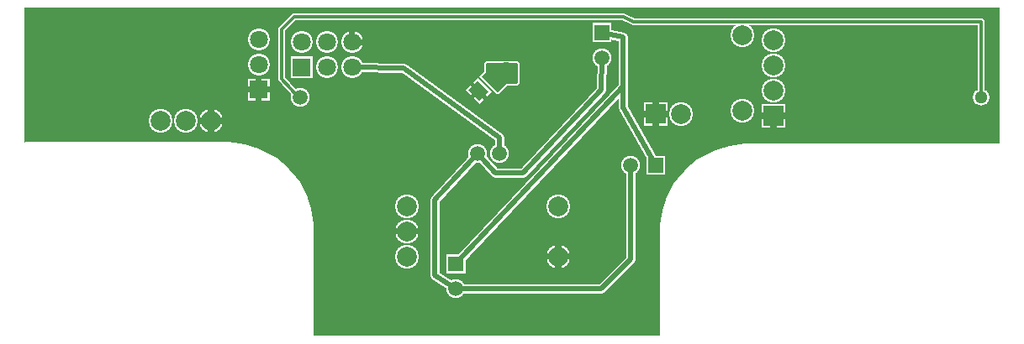
<source format=gbr>
%FSLAX34Y34*%
%MOMM*%
%LNCOPPER_BOTTOM*%
G71*
G01*
%ADD10C, 5.000*%
%ADD11C, 5.200*%
%ADD12C, 2.400*%
%ADD13C, 2.400*%
%ADD14C, 1.900*%
%ADD15C, 0.900*%
%ADD16C, 2.200*%
%ADD17C, 1.680*%
%ADD18C, 0.700*%
%ADD19C, 1.280*%
%ADD20C, 1.280*%
%ADD21C, 0.200*%
%ADD22C, 0.667*%
%ADD23C, 0.600*%
%ADD24C, 0.433*%
%ADD25C, 2.000*%
%ADD26C, 2.000*%
%ADD27C, 1.500*%
%ADD28C, 0.500*%
%ADD29C, 1.800*%
%ADD30C, 0.300*%
%LPD*%
G36*
X792Y-396D02*
X982792Y-396D01*
X982792Y-331396D01*
X792Y-331396D01*
X792Y-396D01*
G37*
%LPC*%
X46036Y-49608D02*
G54D10*
D03*
X827085Y-49608D02*
G54D11*
D03*
G36*
X743251Y-121535D02*
X743251Y-97535D01*
X767251Y-97535D01*
X767251Y-121535D01*
X743251Y-121535D01*
G37*
X755252Y-84136D02*
G54D12*
D03*
X755252Y-58736D02*
G54D12*
D03*
X755252Y-33336D02*
G54D12*
D03*
X385760Y-200421D02*
G54D13*
D03*
X538160Y-200421D02*
G54D13*
D03*
X385760Y-225821D02*
G54D13*
D03*
X538161Y-251221D02*
G54D13*
D03*
X385760Y-251221D02*
G54D13*
D03*
G36*
X425872Y-249262D02*
X444872Y-249262D01*
X444872Y-268262D01*
X425872Y-268262D01*
X425872Y-249262D01*
G37*
X435372Y-284163D02*
G54D14*
D03*
G36*
X592099Y-34827D02*
X573099Y-34827D01*
X573099Y-15827D01*
X592099Y-15827D01*
X592099Y-34827D01*
G37*
X582599Y-50727D02*
G54D14*
D03*
G54D15*
X435372Y-284163D02*
X413542Y-270270D01*
X413542Y-193674D01*
X456802Y-147239D01*
G54D15*
X456802Y-147239D02*
X475058Y-166686D01*
X502839Y-166686D01*
X581817Y-83342D01*
X582214Y-51112D01*
X582599Y-50727D01*
G54D15*
X435372Y-258762D02*
X603645Y-80167D01*
X603645Y-30102D01*
X582599Y-25327D01*
G36*
X269046Y-49660D02*
X291046Y-49660D01*
X291046Y-71660D01*
X269046Y-71660D01*
X269046Y-49660D01*
G37*
X280046Y-35260D02*
G54D16*
D03*
X305446Y-60660D02*
G54D16*
D03*
X305446Y-35260D02*
G54D16*
D03*
X330846Y-60660D02*
G54D16*
D03*
X330847Y-35260D02*
G54D16*
D03*
X479026Y-147239D02*
G54D14*
D03*
X137714Y-114695D02*
G54D12*
D03*
X163114Y-114695D02*
G54D12*
D03*
X188515Y-114695D02*
G54D12*
D03*
G36*
X648661Y-95416D02*
X648661Y-119416D01*
X624661Y-119416D01*
X624661Y-95416D01*
X648661Y-95416D01*
G37*
X662061Y-107417D02*
G54D12*
D03*
X456802Y-147239D02*
G54D14*
D03*
X964008Y-90487D02*
G54D17*
D03*
G54D18*
X278208Y-92074D02*
X259555Y-71834D01*
X259555Y-21828D01*
X272255Y-9128D01*
X603248Y-9524D01*
X614361Y-14287D01*
X964008Y-14684D01*
X964008Y-90487D01*
X278604Y-90882D02*
G54D14*
D03*
G54D15*
X330846Y-60660D02*
X382984Y-60722D01*
X478964Y-131807D01*
X479026Y-147239D01*
G36*
X225609Y-93910D02*
X225609Y-71910D01*
X247609Y-71910D01*
X247609Y-93910D01*
X225609Y-93910D01*
G37*
X236609Y-57509D02*
G54D16*
D03*
X236609Y-32109D02*
G54D16*
D03*
X723974Y-28042D02*
G54D12*
D03*
X723973Y-104242D02*
G54D12*
D03*
G36*
X627314Y-168802D02*
X627314Y-149802D01*
X646314Y-149802D01*
X646314Y-168802D01*
X627314Y-168802D01*
G37*
X611414Y-159302D02*
G54D14*
D03*
G54D15*
X611414Y-159302D02*
X611414Y-253770D01*
X581420Y-283764D01*
X435769Y-283766D01*
X435372Y-284163D01*
G54D15*
X603645Y-80167D02*
X603645Y-100804D01*
X636983Y-159542D01*
X412748Y-34526D02*
G54D19*
D03*
X631823Y-321467D02*
G54D19*
D03*
X303211Y-320276D02*
G54D19*
D03*
X638967Y-83342D02*
G54D19*
D03*
X569117Y-170258D02*
G54D19*
D03*
X474661Y-101201D02*
G54D19*
D03*
G36*
X467122Y-73422D02*
X467122Y-57944D01*
X496491Y-57944D01*
X496491Y-75406D01*
X485775Y-75406D01*
X477441Y-83741D01*
X467122Y-73422D01*
G37*
G54D18*
X467122Y-73422D02*
X467122Y-57944D01*
X496491Y-57944D01*
X496491Y-75406D01*
X485775Y-75406D01*
X477441Y-83741D01*
X467122Y-73422D01*
G36*
X484632Y-71662D02*
X472611Y-83682D01*
X458469Y-69540D01*
X470490Y-57519D01*
X484632Y-71662D01*
G37*
G36*
X471197Y-85096D02*
X459177Y-97117D01*
X445034Y-82975D01*
X457055Y-70954D01*
X471197Y-85096D01*
G37*
X485773Y-60720D02*
G54D19*
D03*
X538160Y-198832D02*
G54D20*
D03*
X538160Y-202404D02*
G54D20*
D03*
X538160Y-249632D02*
G54D20*
D03*
X538160Y-253204D02*
G54D20*
D03*
X385760Y-198832D02*
G54D20*
D03*
X385760Y-202404D02*
G54D20*
D03*
X385760Y-224232D02*
G54D20*
D03*
X385760Y-227804D02*
G54D20*
D03*
X385760Y-249235D02*
G54D20*
D03*
X385760Y-252807D02*
G54D20*
D03*
G36*
X985439Y-138112D02*
X985441Y-331391D01*
X641747Y-331788D01*
X641747Y-219869D01*
X644128Y-205184D01*
X648494Y-191294D01*
X655638Y-178197D01*
X668734Y-162719D01*
X678259Y-154384D01*
X696912Y-144859D01*
X710803Y-140891D01*
X726678Y-138112D01*
X985439Y-138112D01*
G37*
G54D21*
X985439Y-138112D02*
X985441Y-331391D01*
X641747Y-331788D01*
X641747Y-219869D01*
X644128Y-205184D01*
X648494Y-191294D01*
X655638Y-178197D01*
X668734Y-162719D01*
X678259Y-154384D01*
X696912Y-144859D01*
X710803Y-140891D01*
X726678Y-138112D01*
X985439Y-138112D01*
G36*
X1588Y-136525D02*
X1588Y-330597D01*
X291306Y-330200D01*
X291306Y-218281D01*
X288925Y-203597D01*
X284559Y-189706D01*
X277416Y-176609D01*
X264319Y-161131D01*
X254794Y-152797D01*
X236141Y-143272D01*
X222250Y-139303D01*
X206375Y-136525D01*
X1588Y-136525D01*
G37*
G54D21*
X1588Y-136525D02*
X1588Y-330597D01*
X291306Y-330200D01*
X291306Y-218281D01*
X288925Y-203597D01*
X284559Y-189706D01*
X277416Y-176609D01*
X264319Y-161131D01*
X254794Y-152797D01*
X236141Y-143272D01*
X222250Y-139303D01*
X206375Y-136525D01*
X1588Y-136525D01*
%LPD*%
G54D22*
G36*
X755251Y-112869D02*
X742751Y-112869D01*
X742751Y-106202D01*
X755251Y-106202D01*
X755251Y-112869D01*
G37*
G36*
X755251Y-106202D02*
X767751Y-106202D01*
X767751Y-112869D01*
X755251Y-112869D01*
X755251Y-106202D01*
G37*
G36*
X758585Y-109535D02*
X758585Y-122035D01*
X751918Y-122035D01*
X751918Y-109535D01*
X758585Y-109535D01*
G37*
G54D22*
G36*
X385760Y-222488D02*
X398260Y-222488D01*
X398260Y-229154D01*
X385760Y-229154D01*
X385760Y-222488D01*
G37*
G36*
X385760Y-229154D02*
X373260Y-229154D01*
X373260Y-222488D01*
X385760Y-222488D01*
X385760Y-229154D01*
G37*
G54D22*
G36*
X538161Y-247888D02*
X550661Y-247888D01*
X550661Y-254554D01*
X538161Y-254554D01*
X538161Y-247888D01*
G37*
G36*
X541494Y-251221D02*
X541494Y-263721D01*
X534827Y-263721D01*
X534827Y-251221D01*
X541494Y-251221D01*
G37*
G36*
X538161Y-254554D02*
X525661Y-254554D01*
X525661Y-247888D01*
X538161Y-247888D01*
X538161Y-254554D01*
G37*
G36*
X534827Y-251221D02*
X534827Y-238721D01*
X541494Y-238721D01*
X541494Y-251221D01*
X534827Y-251221D01*
G37*
G54D23*
G36*
X327847Y-35260D02*
X327847Y-23760D01*
X333847Y-23760D01*
X333847Y-35260D01*
X327847Y-35260D01*
G37*
G36*
X330847Y-32260D02*
X342347Y-32260D01*
X342347Y-38260D01*
X330847Y-38260D01*
X330847Y-32260D01*
G37*
G54D22*
G36*
X185181Y-114695D02*
X185181Y-102195D01*
X191848Y-102195D01*
X191848Y-114695D01*
X185181Y-114695D01*
G37*
G36*
X188515Y-111362D02*
X201015Y-111362D01*
X201015Y-118029D01*
X188515Y-118029D01*
X188515Y-111362D01*
G37*
G36*
X191848Y-114695D02*
X191848Y-127195D01*
X185181Y-127195D01*
X185181Y-114695D01*
X191848Y-114695D01*
G37*
G36*
X188515Y-118029D02*
X176015Y-118029D01*
X176015Y-111362D01*
X188515Y-111362D01*
X188515Y-118029D01*
G37*
G54D22*
G36*
X636661Y-104083D02*
X649161Y-104083D01*
X649161Y-110750D01*
X636661Y-110750D01*
X636661Y-104083D01*
G37*
G36*
X639995Y-107416D02*
X639995Y-119916D01*
X633328Y-119916D01*
X633328Y-107416D01*
X639995Y-107416D01*
G37*
G36*
X636661Y-110750D02*
X624161Y-110750D01*
X624161Y-104083D01*
X636661Y-104083D01*
X636661Y-110750D01*
G37*
G36*
X633328Y-107416D02*
X633328Y-94916D01*
X639995Y-94916D01*
X639995Y-107416D01*
X633328Y-107416D01*
G37*
G54D23*
G36*
X236609Y-85910D02*
X225109Y-85910D01*
X225109Y-79910D01*
X236609Y-79910D01*
X236609Y-85910D01*
G37*
G36*
X233609Y-82910D02*
X233609Y-71410D01*
X239609Y-71410D01*
X239609Y-82910D01*
X233609Y-82910D01*
G37*
G36*
X236609Y-79910D02*
X248109Y-79910D01*
X248109Y-85910D01*
X236609Y-85910D01*
X236609Y-79910D01*
G37*
G36*
X239609Y-82910D02*
X239609Y-94410D01*
X233609Y-94410D01*
X233609Y-82910D01*
X239609Y-82910D01*
G37*
G54D24*
G36*
X459648Y-82504D02*
X467072Y-89928D01*
X464009Y-92992D01*
X456584Y-85568D01*
X459648Y-82504D01*
G37*
G36*
X459648Y-85568D02*
X453284Y-91932D01*
X450220Y-88868D01*
X456584Y-82504D01*
X459648Y-85568D01*
G37*
G36*
X456584Y-85568D02*
X449159Y-78143D01*
X452223Y-75079D01*
X459648Y-82504D01*
X456584Y-85568D01*
G37*
X46036Y-49608D02*
G54D10*
D03*
X827085Y-49608D02*
G54D11*
D03*
G36*
X745251Y-119535D02*
X745251Y-99535D01*
X765251Y-99535D01*
X765251Y-119535D01*
X745251Y-119535D01*
G37*
X755252Y-84136D02*
G54D25*
D03*
X755252Y-58736D02*
G54D25*
D03*
X755252Y-33336D02*
G54D25*
D03*
X385760Y-200421D02*
G54D26*
D03*
X538160Y-200421D02*
G54D26*
D03*
X385760Y-225821D02*
G54D26*
D03*
X538161Y-251221D02*
G54D26*
D03*
X385760Y-251221D02*
G54D26*
D03*
G36*
X427872Y-251262D02*
X442872Y-251262D01*
X442872Y-266262D01*
X427872Y-266262D01*
X427872Y-251262D01*
G37*
X435372Y-284163D02*
G54D27*
D03*
G36*
X590099Y-32827D02*
X575099Y-32827D01*
X575099Y-17827D01*
X590099Y-17827D01*
X590099Y-32827D01*
G37*
X582599Y-50727D02*
G54D27*
D03*
G54D28*
X435372Y-284163D02*
X413542Y-270270D01*
X413542Y-193674D01*
X456802Y-147239D01*
G54D28*
X456802Y-147239D02*
X475058Y-166686D01*
X502839Y-166686D01*
X581817Y-83342D01*
X582214Y-51112D01*
X582599Y-50727D01*
G54D28*
X435372Y-258762D02*
X603645Y-80167D01*
X603645Y-30102D01*
X582599Y-25327D01*
G36*
X271046Y-51660D02*
X289046Y-51660D01*
X289046Y-69660D01*
X271046Y-69660D01*
X271046Y-51660D01*
G37*
X280046Y-35260D02*
G54D29*
D03*
X305446Y-60660D02*
G54D29*
D03*
X305446Y-35260D02*
G54D29*
D03*
X330846Y-60660D02*
G54D29*
D03*
X330847Y-35260D02*
G54D29*
D03*
X479026Y-147239D02*
G54D27*
D03*
X137714Y-114695D02*
G54D25*
D03*
X163114Y-114695D02*
G54D25*
D03*
X188515Y-114695D02*
G54D25*
D03*
G36*
X646661Y-97416D02*
X646661Y-117416D01*
X626661Y-117416D01*
X626661Y-97416D01*
X646661Y-97416D01*
G37*
X662061Y-107417D02*
G54D25*
D03*
X456802Y-147239D02*
G54D27*
D03*
X964008Y-90487D02*
G54D19*
D03*
G54D30*
X278208Y-92074D02*
X259555Y-71834D01*
X259555Y-21828D01*
X272255Y-9128D01*
X603248Y-9524D01*
X614361Y-14287D01*
X964008Y-14684D01*
X964008Y-90487D01*
X278604Y-90882D02*
G54D27*
D03*
G54D28*
X330846Y-60660D02*
X382984Y-60722D01*
X478964Y-131807D01*
X479026Y-147239D01*
G36*
X227609Y-91910D02*
X227609Y-73910D01*
X245609Y-73910D01*
X245609Y-91910D01*
X227609Y-91910D01*
G37*
X236609Y-57509D02*
G54D29*
D03*
X236609Y-32109D02*
G54D29*
D03*
X723974Y-28042D02*
G54D25*
D03*
X723973Y-104242D02*
G54D25*
D03*
G36*
X629314Y-166802D02*
X629314Y-151802D01*
X644314Y-151802D01*
X644314Y-166802D01*
X629314Y-166802D01*
G37*
X611414Y-159302D02*
G54D27*
D03*
G54D28*
X611414Y-159302D02*
X611414Y-253770D01*
X581420Y-283764D01*
X435769Y-283766D01*
X435372Y-284163D01*
G54D28*
X603645Y-80167D02*
X603645Y-100804D01*
X636983Y-159542D01*
X412748Y-34526D02*
G54D19*
D03*
X631823Y-321467D02*
G54D19*
D03*
X303211Y-320276D02*
G54D19*
D03*
X638967Y-83342D02*
G54D19*
D03*
X569117Y-170258D02*
G54D19*
D03*
X474661Y-101201D02*
G54D19*
D03*
G36*
X467122Y-73422D02*
X467122Y-57944D01*
X496491Y-57944D01*
X496491Y-75406D01*
X485775Y-75406D01*
X477441Y-83741D01*
X467122Y-73422D01*
G37*
G54D30*
X467122Y-73422D02*
X467122Y-57944D01*
X496491Y-57944D01*
X496491Y-75406D01*
X485775Y-75406D01*
X477441Y-83741D01*
X467122Y-73422D01*
G36*
X481804Y-71662D02*
X472611Y-80854D01*
X461298Y-69540D01*
X470490Y-60348D01*
X481804Y-71662D01*
G37*
G36*
X468369Y-85096D02*
X459177Y-94289D01*
X447863Y-82975D01*
X457055Y-73783D01*
X468369Y-85096D01*
G37*
X485773Y-60720D02*
G54D19*
D03*
X538160Y-198832D02*
G54D20*
D03*
X538160Y-202404D02*
G54D20*
D03*
X538160Y-249632D02*
G54D20*
D03*
X538160Y-253204D02*
G54D20*
D03*
X385760Y-198832D02*
G54D20*
D03*
X385760Y-202404D02*
G54D20*
D03*
X385760Y-224232D02*
G54D20*
D03*
X385760Y-227804D02*
G54D20*
D03*
X385760Y-249235D02*
G54D20*
D03*
X385760Y-252807D02*
G54D20*
D03*
M02*

</source>
